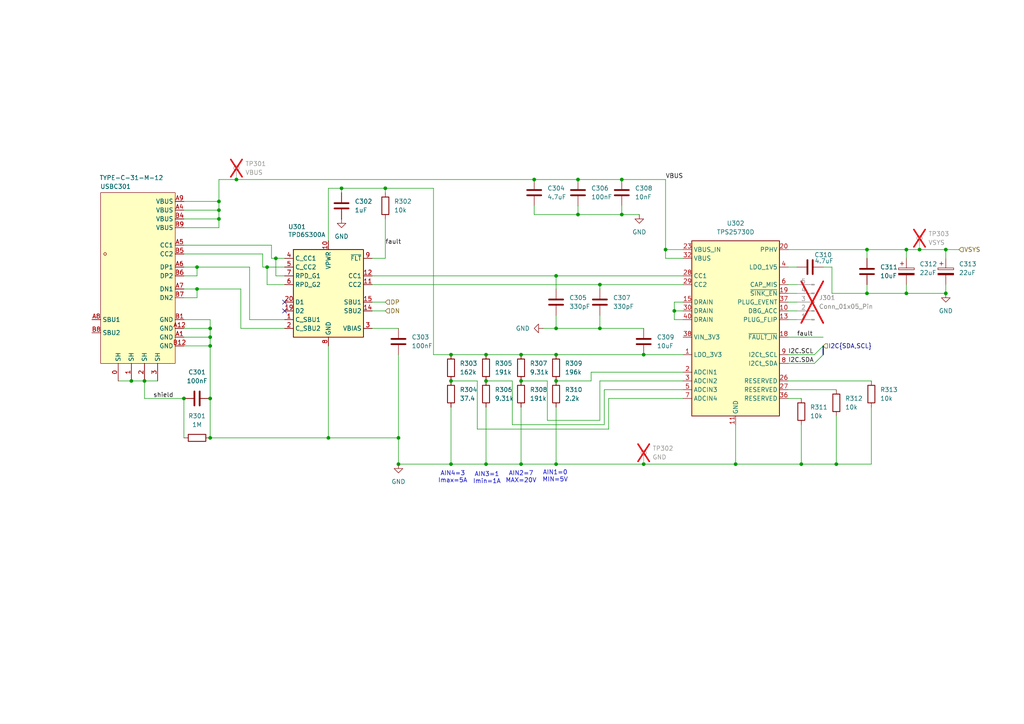
<source format=kicad_sch>
(kicad_sch (version 20231120) (generator "eeschema") (generator_version "8.0")
  (paper "A4")
  (title_block (title "5-20V USB-PD Sink with ESD / OVP") (date "2025-01-04") (rev "1"))
  (lib_symbols
    (symbol "Connector:Conn_01x05_Pin" (pin_names (offset 1.016) hide)
      (property "Reference" "J" (at 0 7.62 0))
      (property "Value" "Conn_01x05_Pin" (at 0 -7.62 0))
      (symbol "Conn_01x05_Pin_1_1"
        (polyline (pts (xy 1.27 -5.08) (xy 0.8636 -5.08)) (stroke (width 0.1524)))
        (polyline (pts (xy 1.27 -2.54) (xy 0.8636 -2.54)) (stroke (width 0.1524)))
        (polyline (pts (xy 1.27 0) (xy 0.8636 0)) (stroke (width 0.1524)))
        (polyline (pts (xy 1.27 2.54) (xy 0.8636 2.54)) (stroke (width 0.1524)))
        (polyline (pts (xy 1.27 5.08) (xy 0.8636 5.08)) (stroke (width 0.1524)))
        (rectangle (start 0.8636 -4.953) (end 0 -5.207) (stroke (width 0.1524)) (fill (type outline)))
        (rectangle (start 0.8636 -2.413) (end 0 -2.667) (stroke (width 0.1524)) (fill (type outline)))
        (rectangle (start 0.8636 0.127) (end 0 -0.127) (stroke (width 0.1524)) (fill (type outline)))
        (rectangle (start 0.8636 2.667) (end 0 2.413) (stroke (width 0.1524)) (fill (type outline)))
        (rectangle (start 0.8636 5.207) (end 0 4.953) (stroke (width 0.1524)) (fill (type outline)))
        (pin passive line (at 5.08 5.08 180) (length 3.81) (name "Pin_1") (number "1"))
        (pin passive line (at 5.08 2.54 180) (length 3.81) (name "Pin_2") (number "2"))
        (pin passive line (at 5.08 0 180) (length 3.81) (name "Pin_3") (number "3"))
        (pin passive line (at 5.08 -2.54 180) (length 3.81) (name "Pin_4") (number "4"))
        (pin passive line (at 5.08 -5.08 180) (length 3.81) (name "Pin_5") (number "5"))
      )
    )
    (symbol "Connector:TestPoint" (pin_numbers hide) (pin_names (offset 0.762) hide)
      (property "Reference" "TP" (at 0 6.858 0))
      (property "Value" "TestPoint" (at 0 5.08 0))
      (symbol "TestPoint_0_1"
        (circle (center 0 3.302) (radius 0.762))
      )
      (symbol "TestPoint_1_1"
        (pin passive line (at 0 0 90) (length 2.54) (name "1") (number "1"))
      )
    )
    (symbol "Device:C" (pin_numbers hide) (pin_names (offset 0.254))
      (property "Reference" "C" (at 0.635 2.54 0))
      (property "Value" "C" (at 0.635 -2.54 0))
      (symbol "C_0_1"
        (polyline (pts (xy -2.032 -0.762) (xy 2.032 -0.762)) (stroke (width 0.508)))
        (polyline (pts (xy -2.032 0.762) (xy 2.032 0.762)) (stroke (width 0.508)))
      )
      (symbol "C_1_1"
        (pin passive line (at 0 3.81 270) (length 2.794) (name "~") (number "1"))
        (pin passive line (at 0 -3.81 90) (length 2.794) (name "~") (number "2"))
      )
    )
    (symbol "Device:C_Polarized" (pin_numbers hide) (pin_names (offset 0.254))
      (property "Reference" "C" (at 0.635 2.54 0))
      (property "Value" "C_Polarized" (at 0.635 -2.54 0))
      (symbol "C_Polarized_0_1"
        (rectangle (start -2.286 0.508) (end 2.286 1.016))
        (polyline (pts (xy -1.778 2.286) (xy -0.762 2.286)))
        (polyline (pts (xy -1.27 2.794) (xy -1.27 1.778)))
        (rectangle (start 2.286 -0.508) (end -2.286 -1.016) (fill (type outline)))
      )
      (symbol "C_Polarized_1_1"
        (pin passive line (at 0 3.81 270) (length 2.794) (name "~") (number "1"))
        (pin passive line (at 0 -3.81 90) (length 2.794) (name "~") (number "2"))
      )
    )
    (symbol "Device:R" (pin_numbers hide) (pin_names (offset 0))
      (property "Reference" "R" (at 2.032 0 90))
      (property "Value" "R" (at 0 0 90))
      (symbol "R_0_1"
        (rectangle (start -1.016 -2.54) (end 1.016 2.54) (stroke (width 0.254)))
      )
      (symbol "R_1_1"
        (pin passive line (at 0 3.81 270) (length 1.27) (name "~") (number "1"))
        (pin passive line (at 0 -3.81 90) (length 1.27) (name "~") (number "2"))
      )
    )
    (symbol "Interface_USB:TPS25730D"
      (property "Reference" "U" (at -12.192 26.924 0))
      (property "Value" "TPS25730D" (at 7.874 -26.924 0))
      (symbol "TPS25730D_1_1"
        (rectangle (start -12.7 25.4) (end 12.7 -25.4) (stroke (width 0.254)) (fill (type background)))
        (pin power_out line (at -15.24 -7.62 0) (length 2.54) (name "LDO_3V3") (number "1"))
        (pin open_collector line (at 15.24 5.08 180) (length 2.54) (name "DBG_ACC") (number "10"))
        (pin power_in line (at 0 -27.94 90) (length 2.54) (name "GND") (number "11"))
        (pin passive line (at 0 -27.94 90) (length 2.54) hide (name "GND") (number "12"))
        (pin open_collector line (at 15.24 2.54 180) (length 2.54) (name "PLUG_FLIP") (number "13"))
        (pin passive line (at 0 -27.94 90) (length 2.54) hide (name "GND") (number "14"))
        (pin passive line (at -15.24 7.62 0) (length 2.54) (name "DRAIN") (number "15"))
        (pin passive line (at 0 -27.94 90) (length 2.54) hide (name "GND") (number "16"))
        (pin passive line (at 0 -27.94 90) (length 2.54) hide (name "GND") (number "17"))
        (pin input line (at 15.24 -2.54 180) (length 2.54) (name "~{FAULT_IN}") (number "18"))
        (pin open_collector line (at 15.24 10.16 180) (length 2.54) (name "~{SINK_EN}") (number "19"))
        (pin input line (at -15.24 -12.7 0) (length 2.54) (name "ADCIN1") (number "2"))
        (pin bidirectional line (at 15.24 22.86 180) (length 2.54) (name "PPHV") (number "20"))
        (pin power_in line (at -15.24 22.86 0) (length 2.54) (name "VBUS_IN") (number "23"))
        (pin input line (at 15.24 -15.24 180) (length 2.54) (name "RESERVED") (number "26"))
        (pin input line (at 15.24 -17.78 180) (length 2.54) (name "RESERVED") (number "27"))
        (pin bidirectional line (at -15.24 15.24 0) (length 2.54) (name "CC1") (number "28"))
        (pin bidirectional line (at -15.24 12.7 0) (length 2.54) (name "CC2") (number "29"))
        (pin input line (at -15.24 -15.24 0) (length 2.54) (name "ADCIN2") (number "3"))
        (pin passive line (at -15.24 5.08 0) (length 2.54) (name "DRAIN") (number "30"))
        (pin passive line (at 0 -27.94 90) (length 2.54) hide (name "GND") (number "31"))
        (pin power_in line (at -15.24 20.32 0) (length 2.54) (name "VBUS") (number "32"))
        (pin passive line (at 0 -27.94 90) (length 2.54) hide (name "GND") (number "34"))
        (pin input line (at 15.24 -20.32 180) (length 2.54) (name "RESERVED") (number "36"))
        (pin open_collector line (at 15.24 7.62 180) (length 2.54) (name "PLUG_EVENT") (number "37"))
        (pin power_in line (at -15.24 -2.54 0) (length 2.54) (name "VIN_3V3") (number "38"))
        (pin passive line (at 0 -27.94 90) (length 2.54) hide (name "GND") (number "39"))
        (pin output line (at 15.24 17.78 180) (length 2.54) (name "LDO_1V5") (number "4"))
        (pin passive line (at -15.24 2.54 0) (length 2.54) (name "DRAIN") (number "40"))
        (pin input line (at -15.24 -17.78 0) (length 2.54) (name "ADCIN3") (number "5"))
        (pin open_collector line (at 15.24 12.7 180) (length 2.54) (name "CAP_MIS") (number "6"))
        (pin input line (at -15.24 -20.32 0) (length 2.54) (name "ADCIN4") (number "7"))
        (pin bidirectional line (at 15.24 -10.16 180) (length 2.54) (name "I2Ct_SDA") (number "8"))
        (pin input line (at 15.24 -7.62 180) (length 2.54) (name "I2Ct_SCL") (number "9"))
      )
    )
    (symbol "Power_Protection:TPD6S300A"
      (property "Reference" "U" (at -8.89 13.97 0))
      (property "Value" "TPD6S300A" (at 7.62 -15.24 0))
      (symbol "TPD6S300A_0_1"
        (rectangle (start -10.16 12.7) (end 10.16 -12.7) (stroke (width 0.254)) (fill (type background)))
      )
      (symbol "TPD6S300A_1_1"
        (pin bidirectional line (at -12.7 -7.62 0) (length 2.54) (name "C_SBU1") (number "1"))
        (pin power_in line (at 0 15.24 270) (length 2.54) (name "VPWR") (number "10"))
        (pin bidirectional line (at 12.7 2.54 180) (length 2.54) (name "CC2") (number "11"))
        (pin bidirectional line (at 12.7 5.08 180) (length 2.54) (name "CC1") (number "12"))
        (pin passive line (at 0 -15.24 90) (length 2.54) hide (name "GND") (number "13"))
        (pin bidirectional line (at 12.7 -5.08 180) (length 2.54) (name "SBU2") (number "14"))
        (pin bidirectional line (at 12.7 -2.54 180) (length 2.54) (name "SBU1") (number "15"))
        (pin passive line (at 0 -15.24 90) (length 2.54) hide (name "GND") (number "16"))
        (pin passive line (at 0 -15.24 90) (length 2.54) hide (name "GND") (number "17"))
        (pin passive line (at 0 -15.24 90) (length 2.54) hide (name "GND") (number "18"))
        (pin passive line (at -12.7 -5.08 0) (length 2.54) (name "D2") (number "19"))
        (pin bidirectional line (at -12.7 -10.16 0) (length 2.54) (name "C_SBU2") (number "2"))
        (pin passive line (at -12.7 -2.54 0) (length 2.54) (name "D1") (number "20"))
        (pin passive line (at 0 -15.24 90) (length 2.54) hide (name "GND") (number "21"))
        (pin passive line (at 12.7 -10.16 180) (length 2.54) (name "VBIAS") (number "3"))
        (pin bidirectional line (at -12.7 10.16 0) (length 2.54) (name "C_CC1") (number "4"))
        (pin bidirectional line (at -12.7 7.62 0) (length 2.54) (name "C_CC2") (number "5"))
        (pin bidirectional line (at -12.7 2.54 0) (length 2.54) (name "RPD_G2") (number "6"))
        (pin bidirectional line (at -12.7 5.08 0) (length 2.54) (name "RPD_G1") (number "7"))
        (pin power_in line (at 0 -15.24 90) (length 2.54) (name "GND") (number "8"))
        (pin open_collector line (at 12.7 10.16 180) (length 2.54) (name "~{FLT}") (number "9"))
      )
    )
    (symbol "easyeda2kicad:TYPE-C-31-M-12"
      (property "Reference" "USBC" (at -5.842 34.29 0))
      (property "Value" "TYPE-C-31-M-12" (at 0 -26.67 0))
      (symbol "TYPE-C-31-M-12_0_1"
        (rectangle (start -8.89 33.02) (end 12.7 -16.51) (fill (type background)))
        (circle (center -7.62 15.24) (radius 0.38))
        (pin unspecified line (at -3.81 -21.59 90) (length 5.08) (name "SH") (number "0"))
        (pin unspecified line (at 15.24 -8.89 180) (length 2.54) (name "GND") (number "A1"))
        (pin unspecified line (at 15.24 -6.35 180) (length 2.54) (name "GND") (number "A12"))
        (pin unspecified line (at 15.24 27.94 180) (length 2.54) (name "VBUS") (number "A4"))
        (pin unspecified line (at 15.24 17.78 180) (length 2.54) (name "CC1") (number "A5"))
        (pin unspecified line (at 15.24 11.43 180) (length 2.54) (name "DP1") (number "A6"))
        (pin unspecified line (at 15.24 5.08 180) (length 2.54) (name "DN1") (number "A7"))
        (pin unspecified line (at -11.43 -3.81 0) (length 2.54) (name "SBU1") (number "A8"))
        (pin unspecified line (at 15.24 30.48 180) (length 2.54) (name "VBUS") (number "A9"))
        (pin unspecified line (at 15.24 -3.81 180) (length 2.54) (name "GND") (number "B1"))
        (pin unspecified line (at 15.24 -11.43 180) (length 2.54) (name "GND") (number "B12"))
        (pin unspecified line (at 15.24 25.4 180) (length 2.54) (name "VBUS") (number "B4"))
        (pin unspecified line (at 15.24 15.24 180) (length 2.54) (name "CC2") (number "B5"))
        (pin unspecified line (at 15.24 8.89 180) (length 2.54) (name "DP2") (number "B6"))
        (pin unspecified line (at 15.24 2.54 180) (length 2.54) (name "DN2") (number "B7"))
        (pin unspecified line (at -11.43 -7.62 0) (length 2.54) (name "SBU2") (number "B8"))
        (pin unspecified line (at 15.24 22.86 180) (length 2.54) (name "VBUS") (number "B9"))
      )
      (symbol "TYPE-C-31-M-12_1_1"
        (pin unspecified line (at 0 -21.59 90) (length 5.08) (name "SH") (number "1"))
        (pin unspecified line (at 3.81 -21.59 90) (length 5.08) (name "SH") (number "2"))
        (pin unspecified line (at 7.62 -21.59 90) (length 5.08) (name "SH") (number "3"))
      )
    )
    (symbol "power:GND" (power) (pin_numbers hide) (pin_names (offset 0) hide)
      (property "Value" "GND" (at 0 -3.81 0))
      (symbol "GND_0_1"
        (polyline (pts (xy 0 0) (xy 0 -1.27) (xy 1.27 -1.27) (xy 0 -2.54) (xy -1.27 -1.27) (xy 0 -1.27)))
      )
      (symbol "GND_1_1"
        (pin power_in line (at 0 0 270) (length 0) (name "~") (number "1"))
      )
    )
  )
  (junction (at 151.13 110.49))
  (junction (at 115.57 134.62))
  (junction (at 111.76 54.61))
  (junction (at 99.06 54.61))
  (junction (at 77.47 77.47))
  (junction (at 262.89 85.09))
  (junction (at 161.29 80.01))
  (junction (at 274.32 85.09))
  (junction (at 167.64 62.23))
  (junction (at 266.7 72.39))
  (junction (at 251.46 72.39))
  (junction (at 262.89 72.39))
  (junction (at 232.41 134.62))
  (junction (at 60.96 95.25))
  (junction (at 53.34 115.57))
  (junction (at 154.94 52.07))
  (junction (at 193.04 72.39))
  (junction (at 251.46 85.09))
  (junction (at 60.96 97.79))
  (junction (at 161.29 102.87))
  (junction (at 195.58 90.17))
  (junction (at 186.69 134.62))
  (junction (at 180.34 52.07))
  (junction (at 68.58 52.07))
  (junction (at 130.81 110.49))
  (junction (at 63.5 63.5))
  (junction (at 63.5 58.42))
  (junction (at 115.57 127))
  (junction (at 161.29 95.25))
  (junction (at 95.25 127))
  (junction (at 151.13 134.62))
  (junction (at 38.1 110.49))
  (junction (at 180.34 62.23))
  (junction (at 140.97 110.49))
  (junction (at 173.99 95.25))
  (junction (at 140.97 102.87))
  (junction (at 130.81 102.87))
  (junction (at 57.15 83.82))
  (junction (at 167.64 52.07))
  (junction (at 274.32 72.39))
  (junction (at 151.13 102.87))
  (junction (at 60.96 100.33))
  (junction (at 63.5 60.96))
  (junction (at 60.96 127))
  (junction (at 161.29 110.49))
  (junction (at 186.69 102.87))
  (junction (at 57.15 77.47))
  (junction (at 140.97 134.62))
  (junction (at 161.29 134.62))
  (junction (at 60.96 115.57))
  (junction (at 41.91 110.49))
  (junction (at 242.57 134.62))
  (junction (at 130.81 134.62))
  (junction (at 80.01 74.93))
  (junction (at 213.36 134.62))
  (junction (at 173.99 82.55))
  (no_connect (at 82.55 90.17))
  (no_connect (at 82.55 87.63))
  (bus_entry (at 238.76 100.33) (size -2.54 2.54))
  (bus_entry (at 238.76 102.87) (size -2.54 2.54))
  (wire (pts (xy 130.81 134.62) (xy 115.57 134.62)))
  (wire (pts (xy 251.46 85.09) (xy 262.89 85.09)))
  (wire (pts (xy 140.97 102.87) (xy 130.81 102.87)))
  (wire (pts (xy 125.73 102.87) (xy 125.73 54.61)))
  (wire (pts (xy 180.34 59.69) (xy 180.34 62.23)))
  (wire (pts (xy 60.96 115.57) (xy 60.96 127)))
  (wire (pts (xy 228.6 113.03) (xy 242.57 113.03)))
  (wire (pts (xy 57.15 83.82) (xy 69.85 83.82)))
  (wire (pts (xy 228.6 77.47) (xy 231.14 77.47)))
  (wire (pts (xy 60.96 97.79) (xy 60.96 100.33)))
  (wire (pts (xy 173.99 110.49) (xy 173.99 121.92)))
  (wire (pts (xy 148.59 123.19) (xy 148.59 110.49)))
  (wire (pts (xy 107.95 95.25) (xy 115.57 95.25)))
  (wire (pts (xy 167.64 62.23) (xy 180.34 62.23)))
  (wire (pts (xy 72.39 77.47) (xy 72.39 92.71)))
  (wire (pts (xy 161.29 110.49) (xy 171.45 110.49)))
  (wire (pts (xy 232.41 123.19) (xy 232.41 134.62)))
  (wire (pts (xy 262.89 82.55) (xy 262.89 85.09)))
  (wire (pts (xy 138.43 124.46) (xy 138.43 110.49)))
  (wire (pts (xy 53.34 97.79) (xy 60.96 97.79)))
  (wire (pts (xy 251.46 82.55) (xy 251.46 85.09)))
  (wire (pts (xy 173.99 91.44) (xy 173.99 95.25)))
  (wire (pts (xy 198.12 115.57) (xy 176.53 115.57)))
  (wire (pts (xy 41.91 115.57) (xy 41.91 110.49)))
  (wire (pts (xy 148.59 123.19) (xy 175.26 123.19)))
  (wire (pts (xy 80.01 80.01) (xy 80.01 74.93)))
  (wire (pts (xy 173.99 83.82) (xy 173.99 82.55)))
  (wire (pts (xy 115.57 127) (xy 95.25 127)))
  (wire (pts (xy 95.25 100.33) (xy 95.25 127)))
  (wire (pts (xy 228.6 90.17) (xy 231.14 90.17)))
  (wire (pts (xy 78.74 71.12) (xy 78.74 74.93)))
  (wire (pts (xy 262.89 74.93) (xy 262.89 72.39)))
  (wire (pts (xy 138.43 110.49) (xy 130.81 110.49)))
  (wire (pts (xy 173.99 82.55) (xy 198.12 82.55)))
  (wire (pts (xy 38.1 110.49) (xy 41.91 110.49)))
  (wire (pts (xy 262.89 72.39) (xy 266.7 72.39)))
  (wire (pts (xy 154.94 59.69) (xy 154.94 62.23)))
  (wire (pts (xy 161.29 95.25) (xy 173.99 95.25)))
  (wire (pts (xy 171.45 107.95) (xy 171.45 110.49)))
  (wire (pts (xy 57.15 77.47) (xy 72.39 77.47)))
  (wire (pts (xy 173.99 95.25) (xy 186.69 95.25)))
  (wire (pts (xy 171.45 107.95) (xy 198.12 107.95)))
  (wire (pts (xy 180.34 52.07) (xy 193.04 52.07)))
  (wire (pts (xy 115.57 134.62) (xy 115.57 127)))
  (wire (pts (xy 251.46 72.39) (xy 262.89 72.39)))
  (wire (pts (xy 53.34 63.5) (xy 63.5 63.5)))
  (wire (pts (xy 111.76 54.61) (xy 111.76 55.88)))
  (wire (pts (xy 274.32 82.55) (xy 274.32 85.09)))
  (wire (pts (xy 53.34 95.25) (xy 60.96 95.25)))
  (wire (pts (xy 198.12 87.63) (xy 195.58 87.63)))
  (wire (pts (xy 176.53 115.57) (xy 176.53 124.46)))
  (wire (pts (xy 53.34 86.36) (xy 57.15 86.36)))
  (wire (pts (xy 198.12 74.93) (xy 193.04 74.93)))
  (wire (pts (xy 130.81 102.87) (xy 125.73 102.87)))
  (wire (pts (xy 161.29 91.44) (xy 161.29 95.25)))
  (wire (pts (xy 34.29 110.49) (xy 38.1 110.49)))
  (wire (pts (xy 78.74 74.93) (xy 80.01 74.93)))
  (wire (pts (xy 111.76 54.61) (xy 125.73 54.61)))
  (wire (pts (xy 72.39 92.71) (xy 82.55 92.71)))
  (wire (pts (xy 82.55 82.55) (xy 77.47 82.55)))
  (wire (pts (xy 180.34 62.23) (xy 185.42 62.23)))
  (wire (pts (xy 167.64 52.07) (xy 180.34 52.07)))
  (wire (pts (xy 186.69 102.87) (xy 198.12 102.87)))
  (wire (pts (xy 154.94 62.23) (xy 167.64 62.23)))
  (wire (pts (xy 266.7 72.39) (xy 274.32 72.39)))
  (wire (pts (xy 213.36 134.62) (xy 186.69 134.62)))
  (wire (pts (xy 232.41 134.62) (xy 242.57 134.62)))
  (wire (pts (xy 213.36 134.62) (xy 232.41 134.62)))
  (wire (pts (xy 63.5 52.07) (xy 68.58 52.07)))
  (wire (pts (xy 53.34 58.42) (xy 63.5 58.42)))
  (bus (pts (xy 238.76 100.33) (xy 238.76 102.87)))
  (wire (pts (xy 53.34 100.33) (xy 60.96 100.33)))
  (wire (pts (xy 228.6 87.63) (xy 231.14 87.63)))
  (wire (pts (xy 41.91 110.49) (xy 45.72 110.49)))
  (wire (pts (xy 175.26 113.03) (xy 175.26 123.19)))
  (wire (pts (xy 140.97 102.87) (xy 151.13 102.87)))
  (wire (pts (xy 63.5 66.04) (xy 63.5 63.5)))
  (wire (pts (xy 195.58 90.17) (xy 198.12 90.17)))
  (wire (pts (xy 53.34 60.96) (xy 63.5 60.96)))
  (wire (pts (xy 99.06 55.88) (xy 99.06 54.61)))
  (wire (pts (xy 107.95 80.01) (xy 161.29 80.01)))
  (wire (pts (xy 176.53 124.46) (xy 138.43 124.46)))
  (wire (pts (xy 161.29 83.82) (xy 161.29 80.01)))
  (wire (pts (xy 193.04 72.39) (xy 193.04 74.93)))
  (wire (pts (xy 151.13 118.11) (xy 151.13 134.62)))
  (wire (pts (xy 161.29 80.01) (xy 198.12 80.01)))
  (wire (pts (xy 251.46 74.93) (xy 251.46 72.39)))
  (wire (pts (xy 53.34 115.57) (xy 53.34 127)))
  (wire (pts (xy 77.47 77.47) (xy 82.55 77.47)))
  (wire (pts (xy 151.13 134.62) (xy 140.97 134.62)))
  (wire (pts (xy 228.6 72.39) (xy 251.46 72.39)))
  (wire (pts (xy 60.96 95.25) (xy 60.96 97.79)))
  (wire (pts (xy 193.04 52.07) (xy 193.04 72.39)))
  (wire (pts (xy 76.2 77.47) (xy 77.47 77.47)))
  (wire (pts (xy 228.6 85.09) (xy 231.14 85.09)))
  (wire (pts (xy 130.81 118.11) (xy 130.81 134.62)))
  (wire (pts (xy 63.5 58.42) (xy 63.5 52.07)))
  (wire (pts (xy 213.36 123.19) (xy 213.36 134.62)))
  (wire (pts (xy 274.32 74.93) (xy 274.32 72.39)))
  (wire (pts (xy 241.3 77.47) (xy 241.3 85.09)))
  (wire (pts (xy 274.32 72.39) (xy 278.13 72.39)))
  (wire (pts (xy 57.15 86.36) (xy 57.15 83.82)))
  (wire (pts (xy 158.75 121.92) (xy 158.75 110.49)))
  (wire (pts (xy 228.6 97.79) (xy 238.76 97.79)))
  (wire (pts (xy 198.12 113.03) (xy 175.26 113.03)))
  (wire (pts (xy 228.6 110.49) (xy 252.73 110.49)))
  (wire (pts (xy 111.76 63.5) (xy 111.76 74.93)))
  (wire (pts (xy 60.96 92.71) (xy 60.96 95.25)))
  (wire (pts (xy 53.34 73.66) (xy 76.2 73.66)))
  (wire (pts (xy 53.34 92.71) (xy 60.96 92.71)))
  (wire (pts (xy 242.57 120.65) (xy 242.57 134.62)))
  (wire (pts (xy 53.34 71.12) (xy 78.74 71.12)))
  (wire (pts (xy 99.06 54.61) (xy 111.76 54.61)))
  (wire (pts (xy 115.57 102.87) (xy 115.57 127)))
  (wire (pts (xy 53.34 77.47) (xy 57.15 77.47)))
  (wire (pts (xy 69.85 83.82) (xy 69.85 95.25)))
  (wire (pts (xy 228.6 92.71) (xy 231.14 92.71)))
  (wire (pts (xy 195.58 92.71) (xy 195.58 90.17)))
  (wire (pts (xy 63.5 60.96) (xy 63.5 58.42)))
  (wire (pts (xy 151.13 102.87) (xy 161.29 102.87)))
  (wire (pts (xy 53.34 83.82) (xy 57.15 83.82)))
  (wire (pts (xy 107.95 87.63) (xy 111.76 87.63)))
  (wire (pts (xy 107.95 82.55) (xy 173.99 82.55)))
  (wire (pts (xy 198.12 110.49) (xy 173.99 110.49)))
  (wire (pts (xy 173.99 121.92) (xy 158.75 121.92)))
  (wire (pts (xy 53.34 66.04) (xy 63.5 66.04)))
  (wire (pts (xy 241.3 85.09) (xy 251.46 85.09)))
  (wire (pts (xy 262.89 85.09) (xy 274.32 85.09)))
  (wire (pts (xy 140.97 134.62) (xy 130.81 134.62)))
  (wire (pts (xy 238.76 77.47) (xy 241.3 77.47)))
  (wire (pts (xy 228.6 115.57) (xy 232.41 115.57)))
  (wire (pts (xy 148.59 110.49) (xy 140.97 110.49)))
  (wire (pts (xy 161.29 102.87) (xy 186.69 102.87)))
  (wire (pts (xy 80.01 74.93) (xy 82.55 74.93)))
  (wire (pts (xy 111.76 74.93) (xy 107.95 74.93)))
  (wire (pts (xy 158.75 110.49) (xy 151.13 110.49)))
  (wire (pts (xy 60.96 100.33) (xy 60.96 115.57)))
  (wire (pts (xy 107.95 90.17) (xy 111.76 90.17)))
  (wire (pts (xy 228.6 102.87) (xy 236.22 102.87)))
  (wire (pts (xy 228.6 105.41) (xy 236.22 105.41)))
  (wire (pts (xy 167.64 59.69) (xy 167.64 62.23)))
  (wire (pts (xy 186.69 134.62) (xy 161.29 134.62)))
  (wire (pts (xy 154.94 52.07) (xy 167.64 52.07)))
  (wire (pts (xy 82.55 80.01) (xy 80.01 80.01)))
  (wire (pts (xy 161.29 134.62) (xy 151.13 134.62)))
  (wire (pts (xy 63.5 63.5) (xy 63.5 60.96)))
  (wire (pts (xy 161.29 118.11) (xy 161.29 134.62)))
  (wire (pts (xy 140.97 118.11) (xy 140.97 134.62)))
  (wire (pts (xy 77.47 82.55) (xy 77.47 77.47)))
  (wire (pts (xy 57.15 80.01) (xy 57.15 77.47)))
  (wire (pts (xy 193.04 72.39) (xy 198.12 72.39)))
  (wire (pts (xy 95.25 127) (xy 60.96 127)))
  (wire (pts (xy 95.25 54.61) (xy 95.25 69.85)))
  (wire (pts (xy 198.12 92.71) (xy 195.58 92.71)))
  (wire (pts (xy 53.34 80.01) (xy 57.15 80.01)))
  (wire (pts (xy 69.85 95.25) (xy 82.55 95.25)))
  (wire (pts (xy 68.58 52.07) (xy 154.94 52.07)))
  (wire (pts (xy 228.6 82.55) (xy 231.14 82.55)))
  (wire (pts (xy 252.73 118.11) (xy 252.73 134.62)))
  (wire (pts (xy 95.25 54.61) (xy 99.06 54.61)))
  (wire (pts (xy 157.48 95.25) (xy 161.29 95.25)))
  (wire (pts (xy 242.57 134.62) (xy 252.73 134.62)))
  (wire (pts (xy 76.2 73.66) (xy 76.2 77.47)))
  (wire (pts (xy 195.58 87.63) (xy 195.58 90.17)))
  (wire (pts (xy 53.34 115.57) (xy 41.91 115.57)))
  (text "AIN1=0\nMIN=5V" (at 161.036 138.176 0) (effects (font (size 1.27 1.27))))
  (text "AIN3=1\nImin=1A" (at 141.224 138.684 0) (effects (font (size 1.27 1.27))))
  (text "AIN4=3\nImax=5A" (at 131.318 138.43 0) (effects (font (size 1.27 1.27))))
  (text "AIN2=7\nMAX=20V" (at 151.13 138.43 0) (effects (font (size 1.27 1.27))))
  (label "fault" (at 231.14 97.79 0))
  (label "I2C.SDA" (at 228.6 105.41 0))
  (label "VBUS" (at 193.04 52.07 0))
  (label "I2C.SCL" (at 228.6 102.87 0))
  (label "shield" (at 44.45 115.57 0))
  (label "fault" (at 111.76 71.12 0))
  (hierarchical_label "DN" (shape input) (at 111.76 90.17 0))
  (hierarchical_label "I2C{SDA,SCL}" (shape input) (at 238.76 100.33 0))
  (hierarchical_label "DP" (shape input) (at 111.76 87.63 0))
  (hierarchical_label "VSYS" (shape input) (at 278.13 72.39 0))
  (symbol (lib_id "power:GND") (at 99.06 63.5 0) (unit 1)
    (property "Reference" "#PWR0301" (effects (hide yes)))
    (property "Value" "GND" (at 99.06 68.58 0))
    (property "Description" "Power symbol creates a global label with name \"GND\" , ground" (effects (hide yes)))
  )
  (symbol (lib_id "power:GND") (at 157.48 95.25 270) (unit 1)
    (property "Reference" "#PWR0303" (effects (hide yes)))
    (property "Value" "GND" (at 153.67 95.2499 90) (effects (justify right)))
    (property "Description" "Power symbol creates a global label with name \"GND\" , ground" (effects (hide yes)))
  )
  (symbol (lib_id "Device:C") (at 154.94 55.88 0) (unit 1)
    (property "Reference" "C304" (at 158.75 54.6099 0) (effects (justify left)))
    (property "Value" "4.7uF" (at 158.75 57.1499 0) (effects (justify left)))
    (property "Footprint" "Capacitor_SMD:C_0603_1608Metric" (effects (hide yes)))
    (property "Description" "Unpolarized capacitor" (effects (hide yes)))
  )
  (symbol (lib_id "Device:R") (at 161.29 106.68 0) (unit 1)
    (property "Reference" "R309" (at 163.83 105.4099 0) (effects (justify left)))
    (property "Value" "196k" (at 163.83 107.9499 0) (effects (justify left)))
    (property "Footprint" "Resistor_SMD:R_0603_1608Metric" (effects (hide yes)))
    (property "Description" "Resistor" (effects (hide yes)))
  )
  (symbol (lib_id "Device:R") (at 111.76 59.69 0) (unit 1)
    (property "Reference" "R302" (at 114.3 58.4199 0) (effects (justify left)))
    (property "Value" "10k" (at 114.3 60.9599 0) (effects (justify left)))
    (property "Footprint" "Resistor_SMD:R_0603_1608Metric" (effects (hide yes)))
    (property "Description" "Resistor" (effects (hide yes)))
  )
  (symbol (lib_id "Device:R") (at 140.97 106.68 0) (unit 1)
    (property "Reference" "R305" (at 143.51 105.4099 0) (effects (justify left)))
    (property "Value" "191k" (at 143.51 107.9499 0) (effects (justify left)))
    (property "Footprint" "Resistor_SMD:R_0603_1608Metric" (effects (hide yes)))
    (property "Description" "Resistor" (effects (hide yes)))
  )
  (symbol (lib_id "Interface_USB:TPS25730D") (at 213.36 95.25 0) (unit 1)
    (property "Reference" "U302" (at 213.36 64.77 0))
    (property "Value" "TPS25730D" (at 213.36 67.31 0))
    (property "Footprint" "Package_DFN_QFN:Texas_REF0038A_WQFN-38-2EP_6x4mm_P0.4" (effects (hide yes)))
    (property "Datasheet" "https://www.ti.com/lit/ds/symlink/tps25730.pdf" (effects (hide yes)))
    (property "Description" "USB Type-C and USB PD Controller, Integrated Power Switches, QFN-38" (effects (hide yes)))
  )
  (symbol (lib_id "easyeda2kicad:TYPE-C-31-M-12") (at 38.1 88.9 0) (unit 1)
    (property "Reference" "USBC301" (at 33.528 54.102 0))
    (property "Value" "TYPE-C-31-M-12" (at 38.1 51.562 0))
    (property "Footprint" "easyeda2kicad:USB-C_SMD-TYPE-C-31-M-12" (effects (hide yes)))
    (property "Datasheet" "https://lcsc.com/product-detail/USB-Type-C_Korean-Hroparts-Elec-TYPE-C-31-M-12_C165948.html" (effects (hide yes)))
    (property "LCSC Part" "C165948" (effects (hide yes)))
  )
  (symbol (lib_id "Power_Protection:TPD6S300A") (at 95.25 85.09 0) (unit 1)
    (property "Reference" "U301" (at 83.566 65.786 0) (effects (justify left)))
    (property "Value" "TPD6S300A" (at 83.566 68.072 0) (effects (justify left)))
    (property "Footprint" "Package_DFN_QFN:WQFN-20-1EP_3x3mm_P0.4mm_EP1.7x1.7mm_ThermalVias" (effects (hide yes)))
    (property "Datasheet" "https://www.ti.com/lit/ds/symlink/tpd6s300a.pdf" (effects (hide yes)))
    (property "Description" "USB Type-C Port Protector: Short-to-VBUS Overvoltage and IEC ESD Protection, WQFN-20" (effects (hide yes)))
  )
  (symbol (lib_id "Connector:TestPoint") (at 68.58 52.07 0) (unit 1) (in_bom no) (dnp yes)
    (property "Reference" "TP301" (at 71.12 47.4979 0) (effects (justify left)))
    (property "Value" "VBUS" (at 71.12 50.0379 0) (effects (justify left)))
    (property "Footprint" "Connector_Pin:Pin_D1.0mm_L10.0mm" (effects (hide yes)))
    (property "Description" "test point" (effects (hide yes)))
  )
  (symbol (lib_id "Device:C") (at 234.95 77.47 90) (unit 1)
    (property "Reference" "C310" (at 238.76 73.914 90))
    (property "Value" "4.7uF" (at 239.014 75.692 90))
    (property "Footprint" "Capacitor_SMD:C_0603_1608Metric" (effects (hide yes)))
    (property "Description" "Unpolarized capacitor" (effects (hide yes)))
  )
  (symbol (lib_id "Device:C") (at 99.06 59.69 0) (unit 1)
    (property "Reference" "C302" (at 102.87 58.4199 0) (effects (justify left)))
    (property "Value" "1uF" (at 102.87 60.9599 0) (effects (justify left)))
    (property "Footprint" "Capacitor_SMD:C_0603_1608Metric" (effects (hide yes)))
    (property "Description" "Unpolarized capacitor" (effects (hide yes)))
  )
  (symbol (lib_id "Device:C") (at 115.57 99.06 0) (unit 1)
    (property "Reference" "C303" (at 119.38 97.7899 0) (effects (justify left)))
    (property "Value" "100nF" (at 119.38 100.3299 0) (effects (justify left)))
    (property "Footprint" "Capacitor_SMD:C_0603_1608Metric" (effects (hide yes)))
    (property "Description" "Unpolarized capacitor" (effects (hide yes)))
  )
  (symbol (lib_id "Device:R") (at 57.15 127 90) (unit 1)
    (property "Reference" "R301" (at 57.15 120.65 90))
    (property "Value" "1M" (at 57.15 123.19 90))
    (property "Footprint" "Resistor_SMD:R_0603_1608Metric" (effects (hide yes)))
    (property "Description" "Resistor" (effects (hide yes)))
  )
  (symbol (lib_id "power:GND") (at 115.57 134.62 0) (unit 1)
    (property "Reference" "#PWR0302" (effects (hide yes)))
    (property "Value" "GND" (at 115.57 139.7 0))
    (property "Description" "Power symbol creates a global label with name \"GND\" , ground" (effects (hide yes)))
  )
  (symbol (lib_id "Device:C") (at 186.69 99.06 180) (unit 1)
    (property "Reference" "C309" (at 190.5 97.7899 0) (effects (justify right)))
    (property "Value" "10uF" (at 190.5 100.3299 0) (effects (justify right)))
    (property "Footprint" "Capacitor_SMD:C_0603_1608Metric" (effects (hide yes)))
    (property "Description" "Unpolarized capacitor" (effects (hide yes)))
  )
  (symbol (lib_id "Device:C") (at 251.46 78.74 0) (unit 1)
    (property "Reference" "C311" (at 255.27 77.4699 0) (effects (justify left)))
    (property "Value" "10uF" (at 255.27 80.0099 0) (effects (justify left)))
    (property "Footprint" "Capacitor_SMD:C_0603_1608Metric" (effects (hide yes)))
    (property "Description" "Unpolarized capacitor" (effects (hide yes)))
  )
  (symbol (lib_id "power:GND") (at 274.32 85.09 0) (unit 1)
    (property "Reference" "#PWR0305" (effects (hide yes)))
    (property "Value" "GND" (at 274.32 90.17 0))
    (property "Description" "Power symbol creates a global label with name \"GND\" , ground" (effects (hide yes)))
  )
  (symbol (lib_id "Device:R") (at 130.81 114.3 0) (unit 1)
    (property "Reference" "R304" (at 133.35 113.0299 0) (effects (justify left)))
    (property "Value" "37.4" (at 133.35 115.5699 0) (effects (justify left)))
    (property "Footprint" "Resistor_SMD:R_0603_1608Metric" (effects (hide yes)))
    (property "Description" "Resistor" (effects (hide yes)))
  )
  (symbol (lib_id "Device:R") (at 161.29 114.3 0) (unit 1)
    (property "Reference" "R310" (at 163.83 113.0299 0) (effects (justify left)))
    (property "Value" "2.2k" (at 163.83 115.5699 0) (effects (justify left)))
    (property "Footprint" "Resistor_SMD:R_0603_1608Metric" (effects (hide yes)))
    (property "Description" "Resistor" (effects (hide yes)))
  )
  (symbol (lib_id "Device:R") (at 252.73 114.3 0) (unit 1)
    (property "Reference" "R313" (at 255.27 113.0299 0) (effects (justify left)))
    (property "Value" "10k" (at 255.27 115.5699 0) (effects (justify left)))
    (property "Footprint" "Resistor_SMD:R_0603_1608Metric" (effects (hide yes)))
    (property "Description" "Resistor" (effects (hide yes)))
  )
  (symbol (lib_id "Device:R") (at 232.41 119.38 0) (unit 1)
    (property "Reference" "R311" (at 234.95 118.1099 0) (effects (justify left)))
    (property "Value" "10k" (at 234.95 120.6499 0) (effects (justify left)))
    (property "Footprint" "Resistor_SMD:R_0603_1608Metric" (effects (hide yes)))
    (property "Description" "Resistor" (effects (hide yes)))
  )
  (symbol (lib_id "Device:C_Polarized") (at 274.32 78.74 0) (unit 1)
    (property "Reference" "C313" (at 278.13 76.5809 0) (effects (justify left)))
    (property "Value" "22uF" (at 278.13 79.1209 0) (effects (justify left)))
    (property "Footprint" "Capacitor_SMD:C_Elec_5x5.8" (effects (hide yes)))
    (property "Description" "Polarized capacitor" (effects (hide yes)))
    (property "LCSC Part" "C336246" (effects (hide yes)))
  )
  (symbol (lib_id "Device:C") (at 57.15 115.57 90) (unit 1)
    (property "Reference" "C301" (at 57.15 107.95 90))
    (property "Value" "100nF" (at 57.15 110.49 90))
    (property "Footprint" "Capacitor_SMD:C_0603_1608Metric" (effects (hide yes)))
    (property "Description" "Unpolarized capacitor" (effects (hide yes)))
  )
  (symbol (lib_id "Device:R") (at 151.13 114.3 0) (unit 1)
    (property "Reference" "R308" (at 153.67 113.0299 0) (effects (justify left)))
    (property "Value" "191k" (at 153.67 115.5699 0) (effects (justify left)))
    (property "Footprint" "Resistor_SMD:R_0603_1608Metric" (effects (hide yes)))
    (property "Description" "Resistor" (effects (hide yes)))
  )
  (symbol (lib_id "Connector:Conn_01x05_Pin") (at 236.22 87.63 180) (unit 1) (in_bom no) (dnp yes)
    (property "Reference" "J301" (at 237.49 86.3599 0) (effects (justify right)))
    (property "Value" "Conn_01x05_Pin" (at 237.49 88.8999 0) (effects (justify right)))
    (property "Footprint" "Connector_PinSocket_1.00mm:PinSocket_1x05_P1.00mm_Vertical" (effects (hide yes)))
    (property "Description" "Generic connector, single row, 01x05, script generated" (effects (hide yes)))
  )
  (symbol (lib_id "Device:R") (at 140.97 114.3 0) (unit 1)
    (property "Reference" "R306" (at 143.51 113.0299 0) (effects (justify left)))
    (property "Value" "9.31k" (at 143.51 115.5699 0) (effects (justify left)))
    (property "Footprint" "Resistor_SMD:R_0603_1608Metric" (effects (hide yes)))
    (property "Description" "Resistor" (effects (hide yes)))
  )
  (symbol (lib_id "power:GND") (at 185.42 62.23 0) (unit 1)
    (property "Reference" "#PWR0304" (effects (hide yes)))
    (property "Value" "GND" (at 185.42 67.31 0))
    (property "Description" "Power symbol creates a global label with name \"GND\" , ground" (effects (hide yes)))
  )
  (symbol (lib_id "Device:C") (at 161.29 87.63 0) (unit 1)
    (property "Reference" "C305" (at 165.1 86.3599 0) (effects (justify left)))
    (property "Value" "330pF" (at 165.1 88.8999 0) (effects (justify left)))
    (property "Footprint" "Capacitor_SMD:C_0603_1608Metric" (effects (hide yes)))
    (property "Description" "Unpolarized capacitor" (effects (hide yes)))
  )
  (symbol (lib_id "Device:R") (at 151.13 106.68 0) (unit 1)
    (property "Reference" "R307" (at 153.67 105.4099 0) (effects (justify left)))
    (property "Value" "9.31k" (at 153.67 107.9499 0) (effects (justify left)))
    (property "Footprint" "Resistor_SMD:R_0603_1608Metric" (effects (hide yes)))
    (property "Description" "Resistor" (effects (hide yes)))
  )
  (symbol (lib_id "Device:R") (at 130.81 106.68 0) (unit 1)
    (property "Reference" "R303" (at 133.35 105.4099 0) (effects (justify left)))
    (property "Value" "162k" (at 133.35 107.9499 0) (effects (justify left)))
    (property "Footprint" "Resistor_SMD:R_0603_1608Metric" (effects (hide yes)))
    (property "Description" "Resistor" (effects (hide yes)))
  )
  (symbol (lib_id "Device:R") (at 242.57 116.84 0) (unit 1)
    (property "Reference" "R312" (at 245.11 115.5699 0) (effects (justify left)))
    (property "Value" "10k" (at 245.11 118.1099 0) (effects (justify left)))
    (property "Footprint" "Resistor_SMD:R_0603_1608Metric" (effects (hide yes)))
    (property "Description" "Resistor" (effects (hide yes)))
  )
  (symbol (lib_id "Device:C") (at 167.64 55.88 0) (unit 1)
    (property "Reference" "C306" (at 171.45 54.6099 0) (effects (justify left)))
    (property "Value" "100nF" (at 171.45 57.1499 0) (effects (justify left)))
    (property "Footprint" "Capacitor_SMD:C_0603_1608Metric" (effects (hide yes)))
    (property "Description" "Unpolarized capacitor" (effects (hide yes)))
  )
  (symbol (lib_id "Device:C_Polarized") (at 262.89 78.74 0) (unit 1)
    (property "Reference" "C312" (at 266.7 76.5809 0) (effects (justify left)))
    (property "Value" "22uF" (at 266.7 79.1209 0) (effects (justify left)))
    (property "Footprint" "Capacitor_SMD:C_Elec_5x5.8" (effects (hide yes)))
    (property "Description" "Polarized capacitor" (effects (hide yes)))
    (property "LCSC Part" "C336246" (effects (hide yes)))
  )
  (symbol (lib_id "Connector:TestPoint") (at 186.69 134.62 0) (unit 1) (in_bom no) (dnp yes)
    (property "Reference" "TP302" (at 189.23 130.0479 0) (effects (justify left)))
    (property "Value" "GND" (at 189.23 132.5879 0) (effects (justify left)))
    (property "Footprint" "Connector_Pin:Pin_D1.0mm_L10.0mm" (effects (hide yes)))
    (property "Description" "test point" (effects (hide yes)))
  )
  (symbol (lib_id "Device:C") (at 180.34 55.88 0) (unit 1)
    (property "Reference" "C308" (at 184.15 54.6099 0) (effects (justify left)))
    (property "Value" "10nF" (at 184.15 57.1499 0) (effects (justify left)))
    (property "Footprint" "Capacitor_SMD:C_0603_1608Metric" (effects (hide yes)))
    (property "Description" "Unpolarized capacitor" (effects (hide yes)))
  )
  (symbol (lib_id "Device:C") (at 173.99 87.63 0) (unit 1)
    (property "Reference" "C307" (at 177.8 86.3599 0) (effects (justify left)))
    (property "Value" "330pF" (at 177.8 88.8999 0) (effects (justify left)))
    (property "Footprint" "Capacitor_SMD:C_0603_1608Metric" (effects (hide yes)))
    (property "Description" "Unpolarized capacitor" (effects (hide yes)))
  )
  (symbol (lib_id "Connector:TestPoint") (at 266.7 72.39 0) (unit 1) (in_bom no) (dnp yes)
    (property "Reference" "TP303" (at 269.24 67.8179 0) (effects (justify left)))
    (property "Value" "VSYS" (at 269.24 70.3579 0) (effects (justify left)))
    (property "Footprint" "Connector_Pin:Pin_D1.0mm_L10.0mm" (effects (hide yes)))
    (property "Description" "test point" (effects (hide yes)))
  )
)
</source>
